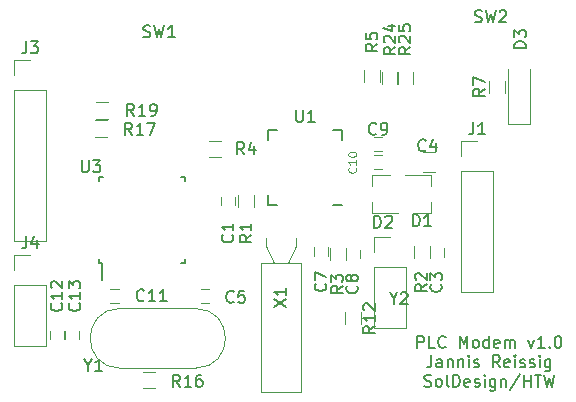
<source format=gbr>
G04 #@! TF.FileFunction,Legend,Top*
%FSLAX46Y46*%
G04 Gerber Fmt 4.6, Leading zero omitted, Abs format (unit mm)*
G04 Created by KiCad (PCBNEW 4.0.6) date 01/08/18 14:17:44*
%MOMM*%
%LPD*%
G01*
G04 APERTURE LIST*
%ADD10C,0.100000*%
%ADD11C,0.150000*%
%ADD12C,0.120000*%
G04 APERTURE END LIST*
D10*
D11*
X215924571Y-107641381D02*
X215924571Y-106641381D01*
X216305524Y-106641381D01*
X216400762Y-106689000D01*
X216448381Y-106736619D01*
X216496000Y-106831857D01*
X216496000Y-106974714D01*
X216448381Y-107069952D01*
X216400762Y-107117571D01*
X216305524Y-107165190D01*
X215924571Y-107165190D01*
X217400762Y-107641381D02*
X216924571Y-107641381D01*
X216924571Y-106641381D01*
X218305524Y-107546143D02*
X218257905Y-107593762D01*
X218115048Y-107641381D01*
X218019810Y-107641381D01*
X217876952Y-107593762D01*
X217781714Y-107498524D01*
X217734095Y-107403286D01*
X217686476Y-107212810D01*
X217686476Y-107069952D01*
X217734095Y-106879476D01*
X217781714Y-106784238D01*
X217876952Y-106689000D01*
X218019810Y-106641381D01*
X218115048Y-106641381D01*
X218257905Y-106689000D01*
X218305524Y-106736619D01*
X219496000Y-107641381D02*
X219496000Y-106641381D01*
X219829334Y-107355667D01*
X220162667Y-106641381D01*
X220162667Y-107641381D01*
X220781714Y-107641381D02*
X220686476Y-107593762D01*
X220638857Y-107546143D01*
X220591238Y-107450905D01*
X220591238Y-107165190D01*
X220638857Y-107069952D01*
X220686476Y-107022333D01*
X220781714Y-106974714D01*
X220924572Y-106974714D01*
X221019810Y-107022333D01*
X221067429Y-107069952D01*
X221115048Y-107165190D01*
X221115048Y-107450905D01*
X221067429Y-107546143D01*
X221019810Y-107593762D01*
X220924572Y-107641381D01*
X220781714Y-107641381D01*
X221972191Y-107641381D02*
X221972191Y-106641381D01*
X221972191Y-107593762D02*
X221876953Y-107641381D01*
X221686476Y-107641381D01*
X221591238Y-107593762D01*
X221543619Y-107546143D01*
X221496000Y-107450905D01*
X221496000Y-107165190D01*
X221543619Y-107069952D01*
X221591238Y-107022333D01*
X221686476Y-106974714D01*
X221876953Y-106974714D01*
X221972191Y-107022333D01*
X222829334Y-107593762D02*
X222734096Y-107641381D01*
X222543619Y-107641381D01*
X222448381Y-107593762D01*
X222400762Y-107498524D01*
X222400762Y-107117571D01*
X222448381Y-107022333D01*
X222543619Y-106974714D01*
X222734096Y-106974714D01*
X222829334Y-107022333D01*
X222876953Y-107117571D01*
X222876953Y-107212810D01*
X222400762Y-107308048D01*
X223305524Y-107641381D02*
X223305524Y-106974714D01*
X223305524Y-107069952D02*
X223353143Y-107022333D01*
X223448381Y-106974714D01*
X223591239Y-106974714D01*
X223686477Y-107022333D01*
X223734096Y-107117571D01*
X223734096Y-107641381D01*
X223734096Y-107117571D02*
X223781715Y-107022333D01*
X223876953Y-106974714D01*
X224019810Y-106974714D01*
X224115048Y-107022333D01*
X224162667Y-107117571D01*
X224162667Y-107641381D01*
X225305524Y-106974714D02*
X225543619Y-107641381D01*
X225781715Y-106974714D01*
X226686477Y-107641381D02*
X226115048Y-107641381D01*
X226400762Y-107641381D02*
X226400762Y-106641381D01*
X226305524Y-106784238D01*
X226210286Y-106879476D01*
X226115048Y-106927095D01*
X227115048Y-107546143D02*
X227162667Y-107593762D01*
X227115048Y-107641381D01*
X227067429Y-107593762D01*
X227115048Y-107546143D01*
X227115048Y-107641381D01*
X227781714Y-106641381D02*
X227876953Y-106641381D01*
X227972191Y-106689000D01*
X228019810Y-106736619D01*
X228067429Y-106831857D01*
X228115048Y-107022333D01*
X228115048Y-107260429D01*
X228067429Y-107450905D01*
X228019810Y-107546143D01*
X227972191Y-107593762D01*
X227876953Y-107641381D01*
X227781714Y-107641381D01*
X227686476Y-107593762D01*
X227638857Y-107546143D01*
X227591238Y-107450905D01*
X227543619Y-107260429D01*
X227543619Y-107022333D01*
X227591238Y-106831857D01*
X227638857Y-106736619D01*
X227686476Y-106689000D01*
X227781714Y-106641381D01*
X217091239Y-108291381D02*
X217091239Y-109005667D01*
X217043619Y-109148524D01*
X216948381Y-109243762D01*
X216805524Y-109291381D01*
X216710286Y-109291381D01*
X217996001Y-109291381D02*
X217996001Y-108767571D01*
X217948382Y-108672333D01*
X217853144Y-108624714D01*
X217662667Y-108624714D01*
X217567429Y-108672333D01*
X217996001Y-109243762D02*
X217900763Y-109291381D01*
X217662667Y-109291381D01*
X217567429Y-109243762D01*
X217519810Y-109148524D01*
X217519810Y-109053286D01*
X217567429Y-108958048D01*
X217662667Y-108910429D01*
X217900763Y-108910429D01*
X217996001Y-108862810D01*
X218472191Y-108624714D02*
X218472191Y-109291381D01*
X218472191Y-108719952D02*
X218519810Y-108672333D01*
X218615048Y-108624714D01*
X218757906Y-108624714D01*
X218853144Y-108672333D01*
X218900763Y-108767571D01*
X218900763Y-109291381D01*
X219376953Y-108624714D02*
X219376953Y-109291381D01*
X219376953Y-108719952D02*
X219424572Y-108672333D01*
X219519810Y-108624714D01*
X219662668Y-108624714D01*
X219757906Y-108672333D01*
X219805525Y-108767571D01*
X219805525Y-109291381D01*
X220281715Y-109291381D02*
X220281715Y-108624714D01*
X220281715Y-108291381D02*
X220234096Y-108339000D01*
X220281715Y-108386619D01*
X220329334Y-108339000D01*
X220281715Y-108291381D01*
X220281715Y-108386619D01*
X220710286Y-109243762D02*
X220805524Y-109291381D01*
X220996000Y-109291381D01*
X221091239Y-109243762D01*
X221138858Y-109148524D01*
X221138858Y-109100905D01*
X221091239Y-109005667D01*
X220996000Y-108958048D01*
X220853143Y-108958048D01*
X220757905Y-108910429D01*
X220710286Y-108815190D01*
X220710286Y-108767571D01*
X220757905Y-108672333D01*
X220853143Y-108624714D01*
X220996000Y-108624714D01*
X221091239Y-108672333D01*
X222900763Y-109291381D02*
X222567429Y-108815190D01*
X222329334Y-109291381D02*
X222329334Y-108291381D01*
X222710287Y-108291381D01*
X222805525Y-108339000D01*
X222853144Y-108386619D01*
X222900763Y-108481857D01*
X222900763Y-108624714D01*
X222853144Y-108719952D01*
X222805525Y-108767571D01*
X222710287Y-108815190D01*
X222329334Y-108815190D01*
X223710287Y-109243762D02*
X223615049Y-109291381D01*
X223424572Y-109291381D01*
X223329334Y-109243762D01*
X223281715Y-109148524D01*
X223281715Y-108767571D01*
X223329334Y-108672333D01*
X223424572Y-108624714D01*
X223615049Y-108624714D01*
X223710287Y-108672333D01*
X223757906Y-108767571D01*
X223757906Y-108862810D01*
X223281715Y-108958048D01*
X224186477Y-109291381D02*
X224186477Y-108624714D01*
X224186477Y-108291381D02*
X224138858Y-108339000D01*
X224186477Y-108386619D01*
X224234096Y-108339000D01*
X224186477Y-108291381D01*
X224186477Y-108386619D01*
X224615048Y-109243762D02*
X224710286Y-109291381D01*
X224900762Y-109291381D01*
X224996001Y-109243762D01*
X225043620Y-109148524D01*
X225043620Y-109100905D01*
X224996001Y-109005667D01*
X224900762Y-108958048D01*
X224757905Y-108958048D01*
X224662667Y-108910429D01*
X224615048Y-108815190D01*
X224615048Y-108767571D01*
X224662667Y-108672333D01*
X224757905Y-108624714D01*
X224900762Y-108624714D01*
X224996001Y-108672333D01*
X225424572Y-109243762D02*
X225519810Y-109291381D01*
X225710286Y-109291381D01*
X225805525Y-109243762D01*
X225853144Y-109148524D01*
X225853144Y-109100905D01*
X225805525Y-109005667D01*
X225710286Y-108958048D01*
X225567429Y-108958048D01*
X225472191Y-108910429D01*
X225424572Y-108815190D01*
X225424572Y-108767571D01*
X225472191Y-108672333D01*
X225567429Y-108624714D01*
X225710286Y-108624714D01*
X225805525Y-108672333D01*
X226281715Y-109291381D02*
X226281715Y-108624714D01*
X226281715Y-108291381D02*
X226234096Y-108339000D01*
X226281715Y-108386619D01*
X226329334Y-108339000D01*
X226281715Y-108291381D01*
X226281715Y-108386619D01*
X227186477Y-108624714D02*
X227186477Y-109434238D01*
X227138858Y-109529476D01*
X227091239Y-109577095D01*
X226996000Y-109624714D01*
X226853143Y-109624714D01*
X226757905Y-109577095D01*
X227186477Y-109243762D02*
X227091239Y-109291381D01*
X226900762Y-109291381D01*
X226805524Y-109243762D01*
X226757905Y-109196143D01*
X226710286Y-109100905D01*
X226710286Y-108815190D01*
X226757905Y-108719952D01*
X226805524Y-108672333D01*
X226900762Y-108624714D01*
X227091239Y-108624714D01*
X227186477Y-108672333D01*
X216519809Y-110893762D02*
X216662666Y-110941381D01*
X216900762Y-110941381D01*
X216996000Y-110893762D01*
X217043619Y-110846143D01*
X217091238Y-110750905D01*
X217091238Y-110655667D01*
X217043619Y-110560429D01*
X216996000Y-110512810D01*
X216900762Y-110465190D01*
X216710285Y-110417571D01*
X216615047Y-110369952D01*
X216567428Y-110322333D01*
X216519809Y-110227095D01*
X216519809Y-110131857D01*
X216567428Y-110036619D01*
X216615047Y-109989000D01*
X216710285Y-109941381D01*
X216948381Y-109941381D01*
X217091238Y-109989000D01*
X217662666Y-110941381D02*
X217567428Y-110893762D01*
X217519809Y-110846143D01*
X217472190Y-110750905D01*
X217472190Y-110465190D01*
X217519809Y-110369952D01*
X217567428Y-110322333D01*
X217662666Y-110274714D01*
X217805524Y-110274714D01*
X217900762Y-110322333D01*
X217948381Y-110369952D01*
X217996000Y-110465190D01*
X217996000Y-110750905D01*
X217948381Y-110846143D01*
X217900762Y-110893762D01*
X217805524Y-110941381D01*
X217662666Y-110941381D01*
X218567428Y-110941381D02*
X218472190Y-110893762D01*
X218424571Y-110798524D01*
X218424571Y-109941381D01*
X218948381Y-110941381D02*
X218948381Y-109941381D01*
X219186476Y-109941381D01*
X219329334Y-109989000D01*
X219424572Y-110084238D01*
X219472191Y-110179476D01*
X219519810Y-110369952D01*
X219519810Y-110512810D01*
X219472191Y-110703286D01*
X219424572Y-110798524D01*
X219329334Y-110893762D01*
X219186476Y-110941381D01*
X218948381Y-110941381D01*
X220329334Y-110893762D02*
X220234096Y-110941381D01*
X220043619Y-110941381D01*
X219948381Y-110893762D01*
X219900762Y-110798524D01*
X219900762Y-110417571D01*
X219948381Y-110322333D01*
X220043619Y-110274714D01*
X220234096Y-110274714D01*
X220329334Y-110322333D01*
X220376953Y-110417571D01*
X220376953Y-110512810D01*
X219900762Y-110608048D01*
X220757905Y-110893762D02*
X220853143Y-110941381D01*
X221043619Y-110941381D01*
X221138858Y-110893762D01*
X221186477Y-110798524D01*
X221186477Y-110750905D01*
X221138858Y-110655667D01*
X221043619Y-110608048D01*
X220900762Y-110608048D01*
X220805524Y-110560429D01*
X220757905Y-110465190D01*
X220757905Y-110417571D01*
X220805524Y-110322333D01*
X220900762Y-110274714D01*
X221043619Y-110274714D01*
X221138858Y-110322333D01*
X221615048Y-110941381D02*
X221615048Y-110274714D01*
X221615048Y-109941381D02*
X221567429Y-109989000D01*
X221615048Y-110036619D01*
X221662667Y-109989000D01*
X221615048Y-109941381D01*
X221615048Y-110036619D01*
X222519810Y-110274714D02*
X222519810Y-111084238D01*
X222472191Y-111179476D01*
X222424572Y-111227095D01*
X222329333Y-111274714D01*
X222186476Y-111274714D01*
X222091238Y-111227095D01*
X222519810Y-110893762D02*
X222424572Y-110941381D01*
X222234095Y-110941381D01*
X222138857Y-110893762D01*
X222091238Y-110846143D01*
X222043619Y-110750905D01*
X222043619Y-110465190D01*
X222091238Y-110369952D01*
X222138857Y-110322333D01*
X222234095Y-110274714D01*
X222424572Y-110274714D01*
X222519810Y-110322333D01*
X222996000Y-110274714D02*
X222996000Y-110941381D01*
X222996000Y-110369952D02*
X223043619Y-110322333D01*
X223138857Y-110274714D01*
X223281715Y-110274714D01*
X223376953Y-110322333D01*
X223424572Y-110417571D01*
X223424572Y-110941381D01*
X224615048Y-109893762D02*
X223757905Y-111179476D01*
X224948381Y-110941381D02*
X224948381Y-109941381D01*
X224948381Y-110417571D02*
X225519810Y-110417571D01*
X225519810Y-110941381D02*
X225519810Y-109941381D01*
X225853143Y-109941381D02*
X226424572Y-109941381D01*
X226138857Y-110941381D02*
X226138857Y-109941381D01*
X226662667Y-109941381D02*
X226900762Y-110941381D01*
X227091239Y-110227095D01*
X227281715Y-110941381D01*
X227519810Y-109941381D01*
D12*
X199298000Y-95539000D02*
X199298000Y-94839000D01*
X200498000Y-94839000D02*
X200498000Y-95539000D01*
X216951000Y-99918000D02*
X216951000Y-99218000D01*
X218151000Y-99218000D02*
X218151000Y-99918000D01*
X217416000Y-91098000D02*
X216416000Y-91098000D01*
X216416000Y-92798000D02*
X217416000Y-92798000D01*
X197582000Y-102651000D02*
X198282000Y-102651000D01*
X198282000Y-103851000D02*
X197582000Y-103851000D01*
X208372000Y-99152000D02*
X208372000Y-99852000D01*
X207172000Y-99852000D02*
X207172000Y-99152000D01*
X209839000Y-100045000D02*
X209839000Y-99345000D01*
X211039000Y-99345000D02*
X211039000Y-100045000D01*
X212248000Y-89824000D02*
X212948000Y-89824000D01*
X212948000Y-91024000D02*
X212248000Y-91024000D01*
X212248000Y-91348000D02*
X212948000Y-91348000D01*
X212948000Y-92548000D02*
X212248000Y-92548000D01*
X190636856Y-103851000D02*
X189936856Y-103851000D01*
X189936856Y-102651000D02*
X190636856Y-102651000D01*
X184820000Y-106903000D02*
X184820000Y-106203000D01*
X186020000Y-106203000D02*
X186020000Y-106903000D01*
X186090000Y-106903000D02*
X186090000Y-106203000D01*
X187290000Y-106203000D02*
X187290000Y-106903000D01*
X217041000Y-96195000D02*
X217041000Y-95265000D01*
X217041000Y-93035000D02*
X217041000Y-93965000D01*
X217041000Y-93035000D02*
X214881000Y-93035000D01*
X217041000Y-96195000D02*
X215581000Y-96195000D01*
X212108000Y-93035000D02*
X212108000Y-93965000D01*
X212108000Y-96195000D02*
X212108000Y-95265000D01*
X212108000Y-96195000D02*
X214268000Y-96195000D01*
X212108000Y-93035000D02*
X213568000Y-93035000D01*
X223586000Y-88698000D02*
X225486000Y-88698000D01*
X225486000Y-88698000D02*
X225486000Y-83998000D01*
X223586000Y-88698000D02*
X223586000Y-83998000D01*
X219650000Y-102930000D02*
X222310000Y-102930000D01*
X219650000Y-92710000D02*
X219650000Y-102930000D01*
X222310000Y-92710000D02*
X222310000Y-102930000D01*
X219650000Y-92710000D02*
X222310000Y-92710000D01*
X219650000Y-91440000D02*
X219650000Y-90110000D01*
X219650000Y-90110000D02*
X220980000Y-90110000D01*
X181804000Y-98612000D02*
X184464000Y-98612000D01*
X181804000Y-85852000D02*
X181804000Y-98612000D01*
X184464000Y-85852000D02*
X184464000Y-98612000D01*
X181804000Y-85852000D02*
X184464000Y-85852000D01*
X181804000Y-84582000D02*
X181804000Y-83252000D01*
X181804000Y-83252000D02*
X183134000Y-83252000D01*
X181804000Y-107502000D02*
X184464000Y-107502000D01*
X181804000Y-102362000D02*
X181804000Y-107502000D01*
X184464000Y-102362000D02*
X184464000Y-107502000D01*
X181804000Y-102362000D02*
X184464000Y-102362000D01*
X181804000Y-101092000D02*
X181804000Y-99762000D01*
X181804000Y-99762000D02*
X183134000Y-99762000D01*
X202102000Y-94707000D02*
X202102000Y-95707000D01*
X200742000Y-95707000D02*
X200742000Y-94707000D01*
X216961000Y-99068000D02*
X216961000Y-100068000D01*
X215601000Y-100068000D02*
X215601000Y-99068000D01*
X209849000Y-99195000D02*
X209849000Y-100195000D01*
X208489000Y-100195000D02*
X208489000Y-99195000D01*
X198255000Y-90125000D02*
X199255000Y-90125000D01*
X199255000Y-91485000D02*
X198255000Y-91485000D01*
X212770000Y-84125000D02*
X212770000Y-85125000D01*
X211410000Y-85125000D02*
X211410000Y-84125000D01*
X223311000Y-85055000D02*
X223311000Y-86055000D01*
X221951000Y-86055000D02*
X221951000Y-85055000D01*
X209759000Y-105656000D02*
X209759000Y-104656000D01*
X211119000Y-104656000D02*
X211119000Y-105656000D01*
X193710000Y-111043000D02*
X192710000Y-111043000D01*
X192710000Y-109683000D02*
X193710000Y-109683000D01*
X188601193Y-88395773D02*
X189601193Y-88395773D01*
X189601193Y-89755773D02*
X188601193Y-89755773D01*
X189687193Y-88231773D02*
X188687193Y-88231773D01*
X188687193Y-86871773D02*
X189687193Y-86871773D01*
X214294000Y-84336000D02*
X214294000Y-85336000D01*
X212934000Y-85336000D02*
X212934000Y-84336000D01*
X214204000Y-85336000D02*
X214204000Y-84336000D01*
X215564000Y-84336000D02*
X215564000Y-85336000D01*
D11*
X203270000Y-95535000D02*
X203270000Y-94745000D01*
X209570000Y-89235000D02*
X209570000Y-90025000D01*
X203270000Y-89235000D02*
X203270000Y-90025000D01*
X209570000Y-95535000D02*
X208780000Y-95535000D01*
X209570000Y-89235000D02*
X208780000Y-89235000D01*
X203270000Y-89235000D02*
X204060000Y-89235000D01*
X203270000Y-95535000D02*
X204060000Y-95535000D01*
X188975000Y-100458000D02*
X189200000Y-100458000D01*
X188975000Y-93208000D02*
X189300000Y-93208000D01*
X196225000Y-93208000D02*
X195900000Y-93208000D01*
X196225000Y-100458000D02*
X195900000Y-100458000D01*
X188975000Y-100458000D02*
X188975000Y-100133000D01*
X196225000Y-100458000D02*
X196225000Y-100133000D01*
X196225000Y-93208000D02*
X196225000Y-93533000D01*
X188975000Y-93208000D02*
X188975000Y-93533000D01*
X189200000Y-100458000D02*
X189200000Y-101883000D01*
D12*
X202643000Y-100463000D02*
X202643000Y-111363000D01*
X202643000Y-111363000D02*
X206043000Y-111363000D01*
X206043000Y-111363000D02*
X206043000Y-100463000D01*
X206043000Y-100463000D02*
X202643000Y-100463000D01*
X203743000Y-100463000D02*
X203073000Y-99063000D01*
X203073000Y-99063000D02*
X203073000Y-98363000D01*
X204943000Y-100463000D02*
X205613000Y-99063000D01*
X205613000Y-99063000D02*
X205613000Y-98363000D01*
X197142856Y-109365710D02*
X190742856Y-109365710D01*
X197142856Y-104315710D02*
X190742856Y-104315710D01*
X197142856Y-104315710D02*
G75*
G02X197142856Y-109365710I0J-2525000D01*
G01*
X190742856Y-104315710D02*
G75*
G03X190742856Y-109365710I0J-2525000D01*
G01*
X212284000Y-105978000D02*
X214944000Y-105978000D01*
X212284000Y-100838000D02*
X212284000Y-105978000D01*
X214944000Y-100838000D02*
X214944000Y-105978000D01*
X212284000Y-100838000D02*
X214944000Y-100838000D01*
X212284000Y-99568000D02*
X212284000Y-98238000D01*
X212284000Y-98238000D02*
X213614000Y-98238000D01*
D11*
X200255143Y-98083666D02*
X200302762Y-98131285D01*
X200350381Y-98274142D01*
X200350381Y-98369380D01*
X200302762Y-98512238D01*
X200207524Y-98607476D01*
X200112286Y-98655095D01*
X199921810Y-98702714D01*
X199778952Y-98702714D01*
X199588476Y-98655095D01*
X199493238Y-98607476D01*
X199398000Y-98512238D01*
X199350381Y-98369380D01*
X199350381Y-98274142D01*
X199398000Y-98131285D01*
X199445619Y-98083666D01*
X200350381Y-97131285D02*
X200350381Y-97702714D01*
X200350381Y-97417000D02*
X199350381Y-97417000D01*
X199493238Y-97512238D01*
X199588476Y-97607476D01*
X199636095Y-97702714D01*
X217908143Y-102274666D02*
X217955762Y-102322285D01*
X218003381Y-102465142D01*
X218003381Y-102560380D01*
X217955762Y-102703238D01*
X217860524Y-102798476D01*
X217765286Y-102846095D01*
X217574810Y-102893714D01*
X217431952Y-102893714D01*
X217241476Y-102846095D01*
X217146238Y-102798476D01*
X217051000Y-102703238D01*
X217003381Y-102560380D01*
X217003381Y-102465142D01*
X217051000Y-102322285D01*
X217098619Y-102274666D01*
X217003381Y-101941333D02*
X217003381Y-101322285D01*
X217384333Y-101655619D01*
X217384333Y-101512761D01*
X217431952Y-101417523D01*
X217479571Y-101369904D01*
X217574810Y-101322285D01*
X217812905Y-101322285D01*
X217908143Y-101369904D01*
X217955762Y-101417523D01*
X218003381Y-101512761D01*
X218003381Y-101798476D01*
X217955762Y-101893714D01*
X217908143Y-101941333D01*
X216622334Y-90908143D02*
X216574715Y-90955762D01*
X216431858Y-91003381D01*
X216336620Y-91003381D01*
X216193762Y-90955762D01*
X216098524Y-90860524D01*
X216050905Y-90765286D01*
X216003286Y-90574810D01*
X216003286Y-90431952D01*
X216050905Y-90241476D01*
X216098524Y-90146238D01*
X216193762Y-90051000D01*
X216336620Y-90003381D01*
X216431858Y-90003381D01*
X216574715Y-90051000D01*
X216622334Y-90098619D01*
X217479477Y-90336714D02*
X217479477Y-91003381D01*
X217241381Y-89955762D02*
X217003286Y-90670048D01*
X217622334Y-90670048D01*
X200366334Y-103735143D02*
X200318715Y-103782762D01*
X200175858Y-103830381D01*
X200080620Y-103830381D01*
X199937762Y-103782762D01*
X199842524Y-103687524D01*
X199794905Y-103592286D01*
X199747286Y-103401810D01*
X199747286Y-103258952D01*
X199794905Y-103068476D01*
X199842524Y-102973238D01*
X199937762Y-102878000D01*
X200080620Y-102830381D01*
X200175858Y-102830381D01*
X200318715Y-102878000D01*
X200366334Y-102925619D01*
X201271096Y-102830381D02*
X200794905Y-102830381D01*
X200747286Y-103306571D01*
X200794905Y-103258952D01*
X200890143Y-103211333D01*
X201128239Y-103211333D01*
X201223477Y-103258952D01*
X201271096Y-103306571D01*
X201318715Y-103401810D01*
X201318715Y-103639905D01*
X201271096Y-103735143D01*
X201223477Y-103782762D01*
X201128239Y-103830381D01*
X200890143Y-103830381D01*
X200794905Y-103782762D01*
X200747286Y-103735143D01*
X208129143Y-102208666D02*
X208176762Y-102256285D01*
X208224381Y-102399142D01*
X208224381Y-102494380D01*
X208176762Y-102637238D01*
X208081524Y-102732476D01*
X207986286Y-102780095D01*
X207795810Y-102827714D01*
X207652952Y-102827714D01*
X207462476Y-102780095D01*
X207367238Y-102732476D01*
X207272000Y-102637238D01*
X207224381Y-102494380D01*
X207224381Y-102399142D01*
X207272000Y-102256285D01*
X207319619Y-102208666D01*
X207224381Y-101875333D02*
X207224381Y-101208666D01*
X208224381Y-101637238D01*
X210796143Y-102401666D02*
X210843762Y-102449285D01*
X210891381Y-102592142D01*
X210891381Y-102687380D01*
X210843762Y-102830238D01*
X210748524Y-102925476D01*
X210653286Y-102973095D01*
X210462810Y-103020714D01*
X210319952Y-103020714D01*
X210129476Y-102973095D01*
X210034238Y-102925476D01*
X209939000Y-102830238D01*
X209891381Y-102687380D01*
X209891381Y-102592142D01*
X209939000Y-102449285D01*
X209986619Y-102401666D01*
X210319952Y-101830238D02*
X210272333Y-101925476D01*
X210224714Y-101973095D01*
X210129476Y-102020714D01*
X210081857Y-102020714D01*
X209986619Y-101973095D01*
X209939000Y-101925476D01*
X209891381Y-101830238D01*
X209891381Y-101639761D01*
X209939000Y-101544523D01*
X209986619Y-101496904D01*
X210081857Y-101449285D01*
X210129476Y-101449285D01*
X210224714Y-101496904D01*
X210272333Y-101544523D01*
X210319952Y-101639761D01*
X210319952Y-101830238D01*
X210367571Y-101925476D01*
X210415190Y-101973095D01*
X210510429Y-102020714D01*
X210700905Y-102020714D01*
X210796143Y-101973095D01*
X210843762Y-101925476D01*
X210891381Y-101830238D01*
X210891381Y-101639761D01*
X210843762Y-101544523D01*
X210796143Y-101496904D01*
X210700905Y-101449285D01*
X210510429Y-101449285D01*
X210415190Y-101496904D01*
X210367571Y-101544523D01*
X210319952Y-101639761D01*
X212431334Y-89511143D02*
X212383715Y-89558762D01*
X212240858Y-89606381D01*
X212145620Y-89606381D01*
X212002762Y-89558762D01*
X211907524Y-89463524D01*
X211859905Y-89368286D01*
X211812286Y-89177810D01*
X211812286Y-89034952D01*
X211859905Y-88844476D01*
X211907524Y-88749238D01*
X212002762Y-88654000D01*
X212145620Y-88606381D01*
X212240858Y-88606381D01*
X212383715Y-88654000D01*
X212431334Y-88701619D01*
X212907524Y-89606381D02*
X213098000Y-89606381D01*
X213193239Y-89558762D01*
X213240858Y-89511143D01*
X213336096Y-89368286D01*
X213383715Y-89177810D01*
X213383715Y-88796857D01*
X213336096Y-88701619D01*
X213288477Y-88654000D01*
X213193239Y-88606381D01*
X213002762Y-88606381D01*
X212907524Y-88654000D01*
X212859905Y-88701619D01*
X212812286Y-88796857D01*
X212812286Y-89034952D01*
X212859905Y-89130190D01*
X212907524Y-89177810D01*
X213002762Y-89225429D01*
X213193239Y-89225429D01*
X213288477Y-89177810D01*
X213336096Y-89130190D01*
X213383715Y-89034952D01*
D10*
X210689000Y-92398000D02*
X210722333Y-92431334D01*
X210755667Y-92531334D01*
X210755667Y-92598000D01*
X210722333Y-92698000D01*
X210655667Y-92764667D01*
X210589000Y-92798000D01*
X210455667Y-92831334D01*
X210355667Y-92831334D01*
X210222333Y-92798000D01*
X210155667Y-92764667D01*
X210089000Y-92698000D01*
X210055667Y-92598000D01*
X210055667Y-92531334D01*
X210089000Y-92431334D01*
X210122333Y-92398000D01*
X210755667Y-91731334D02*
X210755667Y-92131334D01*
X210755667Y-91931334D02*
X210055667Y-91931334D01*
X210155667Y-91998000D01*
X210222333Y-92064667D01*
X210255667Y-92131334D01*
X210055667Y-91298000D02*
X210055667Y-91231333D01*
X210089000Y-91164667D01*
X210122333Y-91131333D01*
X210189000Y-91098000D01*
X210322333Y-91064667D01*
X210489000Y-91064667D01*
X210622333Y-91098000D01*
X210689000Y-91131333D01*
X210722333Y-91164667D01*
X210755667Y-91231333D01*
X210755667Y-91298000D01*
X210722333Y-91364667D01*
X210689000Y-91398000D01*
X210622333Y-91431333D01*
X210489000Y-91464667D01*
X210322333Y-91464667D01*
X210189000Y-91431333D01*
X210122333Y-91398000D01*
X210089000Y-91364667D01*
X210055667Y-91298000D01*
D11*
X192778143Y-103608143D02*
X192730524Y-103655762D01*
X192587667Y-103703381D01*
X192492429Y-103703381D01*
X192349571Y-103655762D01*
X192254333Y-103560524D01*
X192206714Y-103465286D01*
X192159095Y-103274810D01*
X192159095Y-103131952D01*
X192206714Y-102941476D01*
X192254333Y-102846238D01*
X192349571Y-102751000D01*
X192492429Y-102703381D01*
X192587667Y-102703381D01*
X192730524Y-102751000D01*
X192778143Y-102798619D01*
X193730524Y-103703381D02*
X193159095Y-103703381D01*
X193444809Y-103703381D02*
X193444809Y-102703381D01*
X193349571Y-102846238D01*
X193254333Y-102941476D01*
X193159095Y-102989095D01*
X194682905Y-103703381D02*
X194111476Y-103703381D01*
X194397190Y-103703381D02*
X194397190Y-102703381D01*
X194301952Y-102846238D01*
X194206714Y-102941476D01*
X194111476Y-102989095D01*
X185777143Y-103893857D02*
X185824762Y-103941476D01*
X185872381Y-104084333D01*
X185872381Y-104179571D01*
X185824762Y-104322429D01*
X185729524Y-104417667D01*
X185634286Y-104465286D01*
X185443810Y-104512905D01*
X185300952Y-104512905D01*
X185110476Y-104465286D01*
X185015238Y-104417667D01*
X184920000Y-104322429D01*
X184872381Y-104179571D01*
X184872381Y-104084333D01*
X184920000Y-103941476D01*
X184967619Y-103893857D01*
X185872381Y-102941476D02*
X185872381Y-103512905D01*
X185872381Y-103227191D02*
X184872381Y-103227191D01*
X185015238Y-103322429D01*
X185110476Y-103417667D01*
X185158095Y-103512905D01*
X184967619Y-102560524D02*
X184920000Y-102512905D01*
X184872381Y-102417667D01*
X184872381Y-102179571D01*
X184920000Y-102084333D01*
X184967619Y-102036714D01*
X185062857Y-101989095D01*
X185158095Y-101989095D01*
X185300952Y-102036714D01*
X185872381Y-102608143D01*
X185872381Y-101989095D01*
X187301143Y-103893857D02*
X187348762Y-103941476D01*
X187396381Y-104084333D01*
X187396381Y-104179571D01*
X187348762Y-104322429D01*
X187253524Y-104417667D01*
X187158286Y-104465286D01*
X186967810Y-104512905D01*
X186824952Y-104512905D01*
X186634476Y-104465286D01*
X186539238Y-104417667D01*
X186444000Y-104322429D01*
X186396381Y-104179571D01*
X186396381Y-104084333D01*
X186444000Y-103941476D01*
X186491619Y-103893857D01*
X187396381Y-102941476D02*
X187396381Y-103512905D01*
X187396381Y-103227191D02*
X186396381Y-103227191D01*
X186539238Y-103322429D01*
X186634476Y-103417667D01*
X186682095Y-103512905D01*
X186396381Y-102608143D02*
X186396381Y-101989095D01*
X186777333Y-102322429D01*
X186777333Y-102179571D01*
X186824952Y-102084333D01*
X186872571Y-102036714D01*
X186967810Y-101989095D01*
X187205905Y-101989095D01*
X187301143Y-102036714D01*
X187348762Y-102084333D01*
X187396381Y-102179571D01*
X187396381Y-102465286D01*
X187348762Y-102560524D01*
X187301143Y-102608143D01*
X215542905Y-97353381D02*
X215542905Y-96353381D01*
X215781000Y-96353381D01*
X215923858Y-96401000D01*
X216019096Y-96496238D01*
X216066715Y-96591476D01*
X216114334Y-96781952D01*
X216114334Y-96924810D01*
X216066715Y-97115286D01*
X216019096Y-97210524D01*
X215923858Y-97305762D01*
X215781000Y-97353381D01*
X215542905Y-97353381D01*
X217066715Y-97353381D02*
X216495286Y-97353381D01*
X216781000Y-97353381D02*
X216781000Y-96353381D01*
X216685762Y-96496238D01*
X216590524Y-96591476D01*
X216495286Y-96639095D01*
X212256905Y-97480381D02*
X212256905Y-96480381D01*
X212495000Y-96480381D01*
X212637858Y-96528000D01*
X212733096Y-96623238D01*
X212780715Y-96718476D01*
X212828334Y-96908952D01*
X212828334Y-97051810D01*
X212780715Y-97242286D01*
X212733096Y-97337524D01*
X212637858Y-97432762D01*
X212495000Y-97480381D01*
X212256905Y-97480381D01*
X213209286Y-96575619D02*
X213256905Y-96528000D01*
X213352143Y-96480381D01*
X213590239Y-96480381D01*
X213685477Y-96528000D01*
X213733096Y-96575619D01*
X213780715Y-96670857D01*
X213780715Y-96766095D01*
X213733096Y-96908952D01*
X213161667Y-97480381D01*
X213780715Y-97480381D01*
X225115381Y-82272095D02*
X224115381Y-82272095D01*
X224115381Y-82034000D01*
X224163000Y-81891142D01*
X224258238Y-81795904D01*
X224353476Y-81748285D01*
X224543952Y-81700666D01*
X224686810Y-81700666D01*
X224877286Y-81748285D01*
X224972524Y-81795904D01*
X225067762Y-81891142D01*
X225115381Y-82034000D01*
X225115381Y-82272095D01*
X224115381Y-81367333D02*
X224115381Y-80748285D01*
X224496333Y-81081619D01*
X224496333Y-80938761D01*
X224543952Y-80843523D01*
X224591571Y-80795904D01*
X224686810Y-80748285D01*
X224924905Y-80748285D01*
X225020143Y-80795904D01*
X225067762Y-80843523D01*
X225115381Y-80938761D01*
X225115381Y-81224476D01*
X225067762Y-81319714D01*
X225020143Y-81367333D01*
X220646667Y-88562381D02*
X220646667Y-89276667D01*
X220599047Y-89419524D01*
X220503809Y-89514762D01*
X220360952Y-89562381D01*
X220265714Y-89562381D01*
X221646667Y-89562381D02*
X221075238Y-89562381D01*
X221360952Y-89562381D02*
X221360952Y-88562381D01*
X221265714Y-88705238D01*
X221170476Y-88800476D01*
X221075238Y-88848095D01*
X182800667Y-81704381D02*
X182800667Y-82418667D01*
X182753047Y-82561524D01*
X182657809Y-82656762D01*
X182514952Y-82704381D01*
X182419714Y-82704381D01*
X183181619Y-81704381D02*
X183800667Y-81704381D01*
X183467333Y-82085333D01*
X183610191Y-82085333D01*
X183705429Y-82132952D01*
X183753048Y-82180571D01*
X183800667Y-82275810D01*
X183800667Y-82513905D01*
X183753048Y-82609143D01*
X183705429Y-82656762D01*
X183610191Y-82704381D01*
X183324476Y-82704381D01*
X183229238Y-82656762D01*
X183181619Y-82609143D01*
X182800667Y-98214381D02*
X182800667Y-98928667D01*
X182753047Y-99071524D01*
X182657809Y-99166762D01*
X182514952Y-99214381D01*
X182419714Y-99214381D01*
X183705429Y-98547714D02*
X183705429Y-99214381D01*
X183467333Y-98166762D02*
X183229238Y-98881048D01*
X183848286Y-98881048D01*
X201874381Y-98083666D02*
X201398190Y-98417000D01*
X201874381Y-98655095D02*
X200874381Y-98655095D01*
X200874381Y-98274142D01*
X200922000Y-98178904D01*
X200969619Y-98131285D01*
X201064857Y-98083666D01*
X201207714Y-98083666D01*
X201302952Y-98131285D01*
X201350571Y-98178904D01*
X201398190Y-98274142D01*
X201398190Y-98655095D01*
X201874381Y-97131285D02*
X201874381Y-97702714D01*
X201874381Y-97417000D02*
X200874381Y-97417000D01*
X201017238Y-97512238D01*
X201112476Y-97607476D01*
X201160095Y-97702714D01*
X216733381Y-102274666D02*
X216257190Y-102608000D01*
X216733381Y-102846095D02*
X215733381Y-102846095D01*
X215733381Y-102465142D01*
X215781000Y-102369904D01*
X215828619Y-102322285D01*
X215923857Y-102274666D01*
X216066714Y-102274666D01*
X216161952Y-102322285D01*
X216209571Y-102369904D01*
X216257190Y-102465142D01*
X216257190Y-102846095D01*
X215828619Y-101893714D02*
X215781000Y-101846095D01*
X215733381Y-101750857D01*
X215733381Y-101512761D01*
X215781000Y-101417523D01*
X215828619Y-101369904D01*
X215923857Y-101322285D01*
X216019095Y-101322285D01*
X216161952Y-101369904D01*
X216733381Y-101941333D01*
X216733381Y-101322285D01*
X209621381Y-102401666D02*
X209145190Y-102735000D01*
X209621381Y-102973095D02*
X208621381Y-102973095D01*
X208621381Y-102592142D01*
X208669000Y-102496904D01*
X208716619Y-102449285D01*
X208811857Y-102401666D01*
X208954714Y-102401666D01*
X209049952Y-102449285D01*
X209097571Y-102496904D01*
X209145190Y-102592142D01*
X209145190Y-102973095D01*
X208621381Y-102068333D02*
X208621381Y-101449285D01*
X209002333Y-101782619D01*
X209002333Y-101639761D01*
X209049952Y-101544523D01*
X209097571Y-101496904D01*
X209192810Y-101449285D01*
X209430905Y-101449285D01*
X209526143Y-101496904D01*
X209573762Y-101544523D01*
X209621381Y-101639761D01*
X209621381Y-101925476D01*
X209573762Y-102020714D01*
X209526143Y-102068333D01*
X201255334Y-91257381D02*
X200922000Y-90781190D01*
X200683905Y-91257381D02*
X200683905Y-90257381D01*
X201064858Y-90257381D01*
X201160096Y-90305000D01*
X201207715Y-90352619D01*
X201255334Y-90447857D01*
X201255334Y-90590714D01*
X201207715Y-90685952D01*
X201160096Y-90733571D01*
X201064858Y-90781190D01*
X200683905Y-90781190D01*
X202112477Y-90590714D02*
X202112477Y-91257381D01*
X201874381Y-90209762D02*
X201636286Y-90924048D01*
X202255334Y-90924048D01*
X212542381Y-81913666D02*
X212066190Y-82247000D01*
X212542381Y-82485095D02*
X211542381Y-82485095D01*
X211542381Y-82104142D01*
X211590000Y-82008904D01*
X211637619Y-81961285D01*
X211732857Y-81913666D01*
X211875714Y-81913666D01*
X211970952Y-81961285D01*
X212018571Y-82008904D01*
X212066190Y-82104142D01*
X212066190Y-82485095D01*
X211542381Y-81008904D02*
X211542381Y-81485095D01*
X212018571Y-81532714D01*
X211970952Y-81485095D01*
X211923333Y-81389857D01*
X211923333Y-81151761D01*
X211970952Y-81056523D01*
X212018571Y-81008904D01*
X212113810Y-80961285D01*
X212351905Y-80961285D01*
X212447143Y-81008904D01*
X212494762Y-81056523D01*
X212542381Y-81151761D01*
X212542381Y-81389857D01*
X212494762Y-81485095D01*
X212447143Y-81532714D01*
X221633381Y-85721666D02*
X221157190Y-86055000D01*
X221633381Y-86293095D02*
X220633381Y-86293095D01*
X220633381Y-85912142D01*
X220681000Y-85816904D01*
X220728619Y-85769285D01*
X220823857Y-85721666D01*
X220966714Y-85721666D01*
X221061952Y-85769285D01*
X221109571Y-85816904D01*
X221157190Y-85912142D01*
X221157190Y-86293095D01*
X220633381Y-85388333D02*
X220633381Y-84721666D01*
X221633381Y-85150238D01*
X212341381Y-105798857D02*
X211865190Y-106132191D01*
X212341381Y-106370286D02*
X211341381Y-106370286D01*
X211341381Y-105989333D01*
X211389000Y-105894095D01*
X211436619Y-105846476D01*
X211531857Y-105798857D01*
X211674714Y-105798857D01*
X211769952Y-105846476D01*
X211817571Y-105894095D01*
X211865190Y-105989333D01*
X211865190Y-106370286D01*
X212341381Y-104846476D02*
X212341381Y-105417905D01*
X212341381Y-105132191D02*
X211341381Y-105132191D01*
X211484238Y-105227429D01*
X211579476Y-105322667D01*
X211627095Y-105417905D01*
X211436619Y-104465524D02*
X211389000Y-104417905D01*
X211341381Y-104322667D01*
X211341381Y-104084571D01*
X211389000Y-103989333D01*
X211436619Y-103941714D01*
X211531857Y-103894095D01*
X211627095Y-103894095D01*
X211769952Y-103941714D01*
X212341381Y-104513143D01*
X212341381Y-103894095D01*
X195826143Y-110942381D02*
X195492809Y-110466190D01*
X195254714Y-110942381D02*
X195254714Y-109942381D01*
X195635667Y-109942381D01*
X195730905Y-109990000D01*
X195778524Y-110037619D01*
X195826143Y-110132857D01*
X195826143Y-110275714D01*
X195778524Y-110370952D01*
X195730905Y-110418571D01*
X195635667Y-110466190D01*
X195254714Y-110466190D01*
X196778524Y-110942381D02*
X196207095Y-110942381D01*
X196492809Y-110942381D02*
X196492809Y-109942381D01*
X196397571Y-110085238D01*
X196302333Y-110180476D01*
X196207095Y-110228095D01*
X197635667Y-109942381D02*
X197445190Y-109942381D01*
X197349952Y-109990000D01*
X197302333Y-110037619D01*
X197207095Y-110180476D01*
X197159476Y-110370952D01*
X197159476Y-110751905D01*
X197207095Y-110847143D01*
X197254714Y-110894762D01*
X197349952Y-110942381D01*
X197540429Y-110942381D01*
X197635667Y-110894762D01*
X197683286Y-110847143D01*
X197730905Y-110751905D01*
X197730905Y-110513810D01*
X197683286Y-110418571D01*
X197635667Y-110370952D01*
X197540429Y-110323333D01*
X197349952Y-110323333D01*
X197254714Y-110370952D01*
X197207095Y-110418571D01*
X197159476Y-110513810D01*
X191762143Y-89606381D02*
X191428809Y-89130190D01*
X191190714Y-89606381D02*
X191190714Y-88606381D01*
X191571667Y-88606381D01*
X191666905Y-88654000D01*
X191714524Y-88701619D01*
X191762143Y-88796857D01*
X191762143Y-88939714D01*
X191714524Y-89034952D01*
X191666905Y-89082571D01*
X191571667Y-89130190D01*
X191190714Y-89130190D01*
X192714524Y-89606381D02*
X192143095Y-89606381D01*
X192428809Y-89606381D02*
X192428809Y-88606381D01*
X192333571Y-88749238D01*
X192238333Y-88844476D01*
X192143095Y-88892095D01*
X193047857Y-88606381D02*
X193714524Y-88606381D01*
X193285952Y-89606381D01*
X191930336Y-88004154D02*
X191597002Y-87527963D01*
X191358907Y-88004154D02*
X191358907Y-87004154D01*
X191739860Y-87004154D01*
X191835098Y-87051773D01*
X191882717Y-87099392D01*
X191930336Y-87194630D01*
X191930336Y-87337487D01*
X191882717Y-87432725D01*
X191835098Y-87480344D01*
X191739860Y-87527963D01*
X191358907Y-87527963D01*
X192882717Y-88004154D02*
X192311288Y-88004154D01*
X192597002Y-88004154D02*
X192597002Y-87004154D01*
X192501764Y-87147011D01*
X192406526Y-87242249D01*
X192311288Y-87289868D01*
X193358907Y-88004154D02*
X193549383Y-88004154D01*
X193644622Y-87956535D01*
X193692241Y-87908916D01*
X193787479Y-87766059D01*
X193835098Y-87575583D01*
X193835098Y-87194630D01*
X193787479Y-87099392D01*
X193739860Y-87051773D01*
X193644622Y-87004154D01*
X193454145Y-87004154D01*
X193358907Y-87051773D01*
X193311288Y-87099392D01*
X193263669Y-87194630D01*
X193263669Y-87432725D01*
X193311288Y-87527963D01*
X193358907Y-87575583D01*
X193454145Y-87623202D01*
X193644622Y-87623202D01*
X193739860Y-87575583D01*
X193787479Y-87527963D01*
X193835098Y-87432725D01*
X214066381Y-82176857D02*
X213590190Y-82510191D01*
X214066381Y-82748286D02*
X213066381Y-82748286D01*
X213066381Y-82367333D01*
X213114000Y-82272095D01*
X213161619Y-82224476D01*
X213256857Y-82176857D01*
X213399714Y-82176857D01*
X213494952Y-82224476D01*
X213542571Y-82272095D01*
X213590190Y-82367333D01*
X213590190Y-82748286D01*
X213161619Y-81795905D02*
X213114000Y-81748286D01*
X213066381Y-81653048D01*
X213066381Y-81414952D01*
X213114000Y-81319714D01*
X213161619Y-81272095D01*
X213256857Y-81224476D01*
X213352095Y-81224476D01*
X213494952Y-81272095D01*
X214066381Y-81843524D01*
X214066381Y-81224476D01*
X213399714Y-80367333D02*
X214066381Y-80367333D01*
X213018762Y-80605429D02*
X213733048Y-80843524D01*
X213733048Y-80224476D01*
X215336381Y-82176857D02*
X214860190Y-82510191D01*
X215336381Y-82748286D02*
X214336381Y-82748286D01*
X214336381Y-82367333D01*
X214384000Y-82272095D01*
X214431619Y-82224476D01*
X214526857Y-82176857D01*
X214669714Y-82176857D01*
X214764952Y-82224476D01*
X214812571Y-82272095D01*
X214860190Y-82367333D01*
X214860190Y-82748286D01*
X214431619Y-81795905D02*
X214384000Y-81748286D01*
X214336381Y-81653048D01*
X214336381Y-81414952D01*
X214384000Y-81319714D01*
X214431619Y-81272095D01*
X214526857Y-81224476D01*
X214622095Y-81224476D01*
X214764952Y-81272095D01*
X215336381Y-81843524D01*
X215336381Y-81224476D01*
X214336381Y-80319714D02*
X214336381Y-80795905D01*
X214812571Y-80843524D01*
X214764952Y-80795905D01*
X214717333Y-80700667D01*
X214717333Y-80462571D01*
X214764952Y-80367333D01*
X214812571Y-80319714D01*
X214907810Y-80272095D01*
X215145905Y-80272095D01*
X215241143Y-80319714D01*
X215288762Y-80367333D01*
X215336381Y-80462571D01*
X215336381Y-80700667D01*
X215288762Y-80795905D01*
X215241143Y-80843524D01*
X205658095Y-87519381D02*
X205658095Y-88328905D01*
X205705714Y-88424143D01*
X205753333Y-88471762D01*
X205848571Y-88519381D01*
X206039048Y-88519381D01*
X206134286Y-88471762D01*
X206181905Y-88424143D01*
X206229524Y-88328905D01*
X206229524Y-87519381D01*
X207229524Y-88519381D02*
X206658095Y-88519381D01*
X206943809Y-88519381D02*
X206943809Y-87519381D01*
X206848571Y-87662238D01*
X206753333Y-87757476D01*
X206658095Y-87805095D01*
X187514095Y-91781381D02*
X187514095Y-92590905D01*
X187561714Y-92686143D01*
X187609333Y-92733762D01*
X187704571Y-92781381D01*
X187895048Y-92781381D01*
X187990286Y-92733762D01*
X188037905Y-92686143D01*
X188085524Y-92590905D01*
X188085524Y-91781381D01*
X188466476Y-91781381D02*
X189085524Y-91781381D01*
X188752190Y-92162333D01*
X188895048Y-92162333D01*
X188990286Y-92209952D01*
X189037905Y-92257571D01*
X189085524Y-92352810D01*
X189085524Y-92590905D01*
X189037905Y-92686143D01*
X188990286Y-92733762D01*
X188895048Y-92781381D01*
X188609333Y-92781381D01*
X188514095Y-92733762D01*
X188466476Y-92686143D01*
X203795381Y-104187524D02*
X204795381Y-103520857D01*
X203795381Y-103520857D02*
X204795381Y-104187524D01*
X204795381Y-102616095D02*
X204795381Y-103187524D01*
X204795381Y-102901810D02*
X203795381Y-102901810D01*
X203938238Y-102997048D01*
X204033476Y-103092286D01*
X204081095Y-103187524D01*
X188032665Y-109102900D02*
X188032665Y-109579091D01*
X187699332Y-108579091D02*
X188032665Y-109102900D01*
X188365999Y-108579091D01*
X189223142Y-109579091D02*
X188651713Y-109579091D01*
X188937427Y-109579091D02*
X188937427Y-108579091D01*
X188842189Y-108721948D01*
X188746951Y-108817186D01*
X188651713Y-108864805D01*
X213899809Y-103481190D02*
X213899809Y-103957381D01*
X213566476Y-102957381D02*
X213899809Y-103481190D01*
X214233143Y-102957381D01*
X214518857Y-103052619D02*
X214566476Y-103005000D01*
X214661714Y-102957381D01*
X214899810Y-102957381D01*
X214995048Y-103005000D01*
X215042667Y-103052619D01*
X215090286Y-103147857D01*
X215090286Y-103243095D01*
X215042667Y-103385952D01*
X214471238Y-103957381D01*
X215090286Y-103957381D01*
X192722667Y-81303762D02*
X192865524Y-81351381D01*
X193103620Y-81351381D01*
X193198858Y-81303762D01*
X193246477Y-81256143D01*
X193294096Y-81160905D01*
X193294096Y-81065667D01*
X193246477Y-80970429D01*
X193198858Y-80922810D01*
X193103620Y-80875190D01*
X192913143Y-80827571D01*
X192817905Y-80779952D01*
X192770286Y-80732333D01*
X192722667Y-80637095D01*
X192722667Y-80541857D01*
X192770286Y-80446619D01*
X192817905Y-80399000D01*
X192913143Y-80351381D01*
X193151239Y-80351381D01*
X193294096Y-80399000D01*
X193627429Y-80351381D02*
X193865524Y-81351381D01*
X194056001Y-80637095D01*
X194246477Y-81351381D01*
X194484572Y-80351381D01*
X195389334Y-81351381D02*
X194817905Y-81351381D01*
X195103619Y-81351381D02*
X195103619Y-80351381D01*
X195008381Y-80494238D01*
X194913143Y-80589476D01*
X194817905Y-80637095D01*
X220789667Y-80033762D02*
X220932524Y-80081381D01*
X221170620Y-80081381D01*
X221265858Y-80033762D01*
X221313477Y-79986143D01*
X221361096Y-79890905D01*
X221361096Y-79795667D01*
X221313477Y-79700429D01*
X221265858Y-79652810D01*
X221170620Y-79605190D01*
X220980143Y-79557571D01*
X220884905Y-79509952D01*
X220837286Y-79462333D01*
X220789667Y-79367095D01*
X220789667Y-79271857D01*
X220837286Y-79176619D01*
X220884905Y-79129000D01*
X220980143Y-79081381D01*
X221218239Y-79081381D01*
X221361096Y-79129000D01*
X221694429Y-79081381D02*
X221932524Y-80081381D01*
X222123001Y-79367095D01*
X222313477Y-80081381D01*
X222551572Y-79081381D01*
X222884905Y-79176619D02*
X222932524Y-79129000D01*
X223027762Y-79081381D01*
X223265858Y-79081381D01*
X223361096Y-79129000D01*
X223408715Y-79176619D01*
X223456334Y-79271857D01*
X223456334Y-79367095D01*
X223408715Y-79509952D01*
X222837286Y-80081381D01*
X223456334Y-80081381D01*
M02*

</source>
